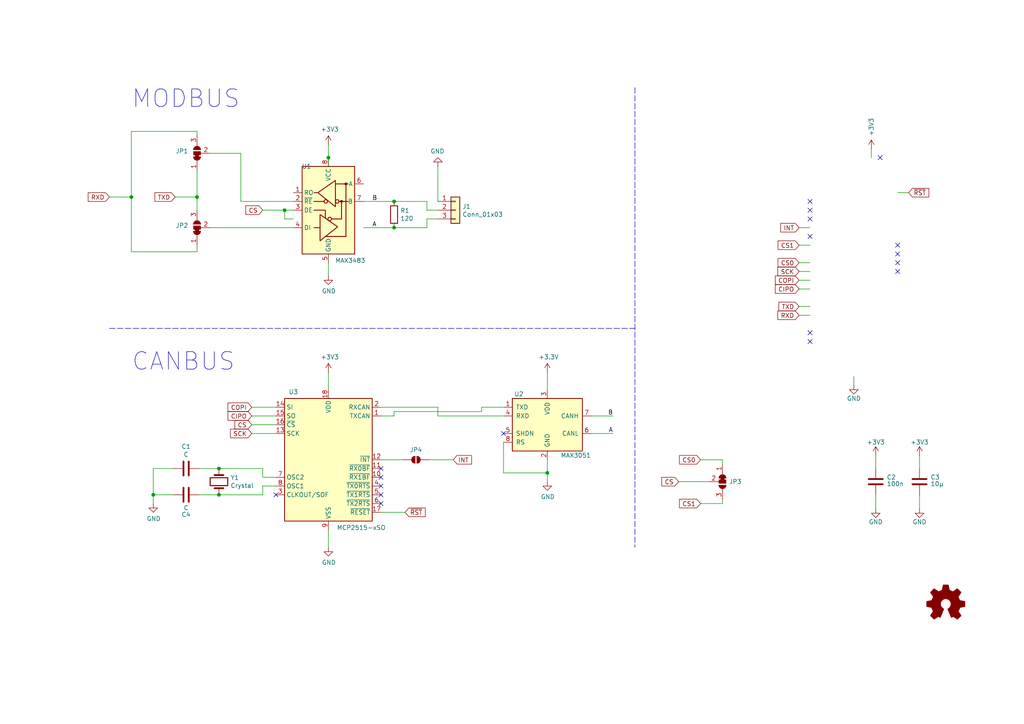
<source format=kicad_sch>
(kicad_sch (version 20231120) (generator "eeschema") (generator_version "8.0")
  (paper "A4")
  (title_block (title "BUS") (date "2020-10-12") (rev "v1.3") (company "nerdsycout"))
  (lib_symbols
    (symbol "Connector_Generic:Conn_01x03" (pin_names (offset 1.016) hide)
      (property "Reference" "J" (at 0 5.08 0))
      (property "Value" "Conn_01x03" (at 0 -5.08 0))
      (symbol "Conn_01x03_1_1"
        (rectangle (start -1.27 -2.413) (end 0 -2.667) (stroke (width 0.1524)))
        (rectangle (start -1.27 0.127) (end 0 -0.127) (stroke (width 0.1524)))
        (rectangle (start -1.27 2.667) (end 0 2.413) (stroke (width 0.1524)))
        (rectangle (start -1.27 3.81) (end 1.27 -3.81) (stroke (width 0.254)) (fill (type background)))
        (pin passive line (at -5.08 2.54 0) (length 3.81) (name "Pin_1") (number "1"))
        (pin passive line (at -5.08 0 0) (length 3.81) (name "Pin_2") (number "2"))
        (pin passive line (at -5.08 -2.54 0) (length 3.81) (name "Pin_3") (number "3"))
      )
    )
    (symbol "Device:C" (pin_numbers hide) (pin_names (offset 0.254))
      (property "Reference" "C" (at 0.635 2.54 0))
      (property "Value" "C" (at 0.635 -2.54 0))
      (symbol "C_0_1"
        (polyline (pts (xy -2.032 -0.762) (xy 2.032 -0.762)) (stroke (width 0.508)))
        (polyline (pts (xy -2.032 0.762) (xy 2.032 0.762)) (stroke (width 0.508)))
      )
      (symbol "C_1_1"
        (pin passive line (at 0 3.81 270) (length 2.794) (name "~") (number "1"))
        (pin passive line (at 0 -3.81 90) (length 2.794) (name "~") (number "2"))
      )
    )
    (symbol "Device:Crystal" (pin_numbers hide) (pin_names (offset 1.016) hide)
      (property "Reference" "Y" (at 0 3.81 0))
      (property "Value" "Crystal" (at 0 -3.81 0))
      (symbol "Crystal_0_1"
        (rectangle (start -1.143 2.54) (end 1.143 -2.54) (stroke (width 0.3048)))
        (polyline (pts (xy -2.54 0) (xy -1.905 0)))
        (polyline (pts (xy -1.905 -1.27) (xy -1.905 1.27)) (stroke (width 0.508)))
        (polyline (pts (xy 1.905 -1.27) (xy 1.905 1.27)) (stroke (width 0.508)))
        (polyline (pts (xy 2.54 0) (xy 1.905 0)))
      )
      (symbol "Crystal_1_1"
        (pin passive line (at -3.81 0 0) (length 1.27) (name "1") (number "1"))
        (pin passive line (at 3.81 0 180) (length 1.27) (name "2") (number "2"))
      )
    )
    (symbol "Device:R" (pin_numbers hide) (pin_names (offset 0))
      (property "Reference" "R" (at 2.032 0 90))
      (property "Value" "R" (at 0 0 90))
      (symbol "R_0_1"
        (rectangle (start -1.016 -2.54) (end 1.016 2.54) (stroke (width 0.254)))
      )
      (symbol "R_1_1"
        (pin passive line (at 0 3.81 270) (length 1.27) (name "~") (number "1"))
        (pin passive line (at 0 -3.81 90) (length 1.27) (name "~") (number "2"))
      )
    )
    (symbol "Graphic:Logo_Open_Hardware_Small" (in_bom no) (on_board no)
      (symbol "Logo_Open_Hardware_Small_0_1"
        (polyline (pts (xy 3.3528 -4.3434) (xy 3.302 -4.318) (xy 3.175 -4.2418) (xy 2.9972 -4.1148) (xy 2.7686 -3.9624) (xy 2.54 -3.81) (xy 2.3622 -3.7084) (xy 2.2352 -3.6068) (xy 2.1844 -3.5814) (xy 2.159 -3.6068) (xy 2.0574 -3.6576) (xy 1.905 -3.7338) (xy 1.8034 -3.7846) (xy 1.6764 -3.8354) (xy 1.6002 -3.8354) (xy 1.6002 -3.8354) (xy 1.5494 -3.7338) (xy 1.4732 -3.5306) (xy 1.3462 -3.302) (xy 1.2446 -3.0226) (xy 1.1176 -2.7178) (xy 0.9652 -2.413) (xy 0.8636 -2.1082) (xy 0.7366 -1.8288) (xy 0.6604 -1.6256) (xy 0.6096 -1.4732) (xy 0.5842 -1.397) (xy 0.5842 -1.397) (xy 0.6604 -1.3208) (xy 0.7874 -1.2446) (xy 1.0414 -1.016) (xy 1.2954 -0.6858) (xy 1.4478 -0.3302) (xy 1.524 0.0762) (xy 1.4732 0.4572) (xy 1.3208 0.8128) (xy 1.0668 1.143) (xy 0.762 1.3716) (xy 0.4064 1.524) (xy 0 1.5748) (xy -0.381 1.5494) (xy -0.7366 1.397) (xy -1.0668 1.143) (xy -1.2192 0.9906) (xy -1.397 0.6604) (xy -1.524 0.3048) (xy -1.524 0.2286) (xy -1.4986 -0.1778) (xy -1.397 -0.5334) (xy -1.1938 -0.8636) (xy -0.9144 -1.143) (xy -0.8636 -1.1684) (xy -0.7366 -1.27) (xy -0.635 -1.3462) (xy -0.5842 -1.397) (xy -1.0668 -2.5908) (xy -1.143 -2.794) (xy -1.2954 -3.1242) (xy -1.397 -3.4036) (xy -1.4986 -3.6322) (xy -1.5748 -3.7846) (xy -1.6002 -3.8354) (xy -1.6002 -3.8354) (xy -1.651 -3.8354) (xy -1.7272 -3.81) (xy -1.905 -3.7338) (xy -2.0066 -3.683) (xy -2.1336 -3.6068) (xy -2.2098 -3.5814) (xy -2.2606 -3.6068) (xy -2.3622 -3.683) (xy -2.54 -3.81) (xy -2.7686 -3.9624) (xy -2.9718 -4.0894) (xy -3.1496 -4.2164) (xy -3.302 -4.318) (xy -3.3528 -4.3434) (xy -3.3782 -4.3434) (xy -3.429 -4.318) (xy -3.5306 -4.2164) (xy -3.7084 -4.064) (xy -3.937 -3.8354) (xy -3.9624 -3.81) (xy -4.1656 -3.6068) (xy -4.318 -3.4544) (xy -4.4196 -3.3274) (xy -4.445 -3.2766) (xy -4.445 -3.2766) (xy -4.4196 -3.2258) (xy -4.318 -3.0734) (xy -4.2164 -2.8956) (xy -4.064 -2.667) (xy -3.6576 -2.0828) (xy -3.8862 -1.5494) (xy -3.937 -1.3716) (xy -4.0386 -1.1684) (xy -4.0894 -1.0414) (xy -4.1148 -0.9652) (xy -4.191 -0.9398) (xy -4.318 -0.9144) (xy -4.5466 -0.8636) (xy -4.8006 -0.8128) (xy -5.0546 -0.7874) (xy -5.2578 -0.7366) (xy -5.4356 -0.7112) (xy -5.5118 -0.6858) (xy -5.5118 -0.6858) (xy -5.5372 -0.635) (xy -5.5372 -0.5588) (xy -5.5372 -0.4318) (xy -5.5626 -0.2286) (xy -5.5626 0.0762) (xy -5.5626 0.127) (xy -5.5372 0.4064) (xy -5.5372 0.635) (xy -5.5372 0.762) (xy -5.5372 0.8382) (xy -5.5372 0.8382) (xy -5.461 0.8382) (xy -5.3086 0.889) (xy -5.08 0.9144) (xy -4.826 0.9652) (xy -4.8006 0.9906) (xy -4.5466 1.0414) (xy -4.318 1.0668) (xy -4.1656 1.1176) (xy -4.0894 1.143) (xy -4.0894 1.143) (xy -4.0386 1.2446) (xy -3.9624 1.4224) (xy -3.8608 1.6256) (xy -3.7846 1.8288) (xy -3.7084 2.0066) (xy -3.6576 2.159) (xy -3.6322 2.2098) (xy -3.6322 2.2098) (xy -3.683 2.286) (xy -3.7592 2.413) (xy -3.8862 2.5908) (xy -4.064 2.8194) (xy -4.064 2.8448) (xy -4.2164 3.0734) (xy -4.3434 3.2512) (xy -4.4196 3.3782) (xy -4.445 3.4544) (xy -4.445 3.4544) (xy -4.3942 3.5052) (xy -4.2926 3.6322) (xy -4.1148 3.81) (xy -3.937 4.0132) (xy -3.8608 4.064) (xy -3.6576 4.2926) (xy -3.5052 4.4196) (xy -3.4036 4.4958) (xy -3.3528 4.5212) (xy -3.3528 4.5212) (xy -3.302 4.4704) (xy -3.1496 4.3688) (xy -2.9718 4.2418) (xy -2.7432 4.0894) (xy -2.7178 4.0894) (xy -2.4892 3.937) (xy -2.3114 3.81) (xy -2.1844 3.7084) (xy -2.1336 3.683) (xy -2.1082 3.683) (xy -2.032 3.7084) (xy -1.8542 3.7592) (xy -1.6764 3.8354) (xy -1.4732 3.937) (xy -1.27 4.0132) (xy -1.143 4.064) (xy -1.0668 4.1148) (xy -1.0668 4.1148) (xy -1.0414 4.191) (xy -1.016 4.3434) (xy -0.9652 4.572) (xy -0.9144 4.8514) (xy -0.889 4.9022) (xy -0.8382 5.1562) (xy -0.8128 5.3848) (xy -0.7874 5.5372) (xy -0.762 5.588) (xy -0.7112 5.6134) (xy -0.5842 5.6134) (xy -0.4064 5.6134) (xy -0.1524 5.6134) (xy 0.0762 5.6134) (xy 0.3302 5.6134) (xy 0.5334 5.6134) (xy 0.6858 5.588) (xy 0.7366 5.588) (xy 0.7366 5.588) (xy 0.762 5.5118) (xy 0.8128 5.334) (xy 0.8382 5.1054) (xy 0.9144 4.826) (xy 0.9144 4.7752) (xy 0.9652 4.5212) (xy 1.016 4.2926) (xy 1.0414 4.1402) (xy 1.0668 4.0894) (xy 1.0668 4.0894) (xy 1.1938 4.0386) (xy 1.3716 3.9624) (xy 1.5748 3.8608) (xy 2.0828 3.6576) (xy 2.7178 4.0894) (xy 2.7686 4.1402) (xy 2.9972 4.2926) (xy 3.175 4.4196) (xy 3.302 4.4958) (xy 3.3782 4.5212) (xy 3.3782 4.5212) (xy 3.429 4.4704) (xy 3.556 4.3434) (xy 3.7338 4.191) (xy 3.9116 3.9878) (xy 4.064 3.8354) (xy 4.2418 3.6576) (xy 4.3434 3.556) (xy 4.4196 3.4798) (xy 4.4196 3.429) (xy 4.4196 3.4036) (xy 4.3942 3.3274) (xy 4.2926 3.2004) (xy 4.1656 2.9972) (xy 4.0132 2.794) (xy 3.8862 2.5908) (xy 3.7592 2.3876) (xy 3.6576 2.2352) (xy 3.6322 2.159) (xy 3.6322 2.1336) (xy 3.683 2.0066) (xy 3.7592 1.8288) (xy 3.8608 1.6002) (xy 4.064 1.1176) (xy 4.3942 1.0414) (xy 4.5974 1.016) (xy 4.8768 0.9652) (xy 5.1308 0.9144) (xy 5.5372 0.8382) (xy 5.5626 -0.6604) (xy 5.4864 -0.6858) (xy 5.4356 -0.6858) (xy 5.2832 -0.7366) (xy 5.0546 -0.762) (xy 4.8006 -0.8128) (xy 4.5974 -0.8636) (xy 4.3688 -0.9144) (xy 4.2164 -0.9398) (xy 4.1402 -0.9398) (xy 4.1148 -0.9652) (xy 4.064 -1.0668) (xy 3.9878 -1.2446) (xy 3.9116 -1.4478) (xy 3.81 -1.651) (xy 3.7338 -1.8542) (xy 3.683 -2.0066) (xy 3.6576 -2.0828) (xy 3.683 -2.1336) (xy 3.7846 -2.2606) (xy 3.8862 -2.4638) (xy 4.0386 -2.667) (xy 4.191 -2.8956) (xy 4.318 -3.0734) (xy 4.3942 -3.2004) (xy 4.445 -3.2766) (xy 4.4196 -3.3274) (xy 4.3434 -3.429) (xy 4.1656 -3.5814) (xy 3.937 -3.8354) (xy 3.8862 -3.8608) (xy 3.683 -4.064) (xy 3.5306 -4.2164) (xy 3.4036 -4.318) (xy 3.3528 -4.3434)) (fill (type outline)))
      )
    )
    (symbol "Interface_CAN_LIN:MCP2515-xSO"
      (property "Reference" "U" (at -10.16 19.685 0))
      (property "Value" "MCP2515-xSO" (at 19.05 20.32 0))
      (symbol "MCP2515-xSO_0_1"
        (rectangle (start -12.7 17.78) (end 12.7 -17.78) (stroke (width 0.254)) (fill (type background)))
      )
      (symbol "MCP2515-xSO_1_1"
        (pin output line (at 15.24 12.7 180) (length 2.54) (name "TXCAN") (number "1"))
        (pin output line (at 15.24 -5.08 180) (length 2.54) (name "~{RX1BF}") (number "10"))
        (pin output line (at 15.24 -2.54 180) (length 2.54) (name "~{RX0BF}") (number "11"))
        (pin output line (at 15.24 0 180) (length 2.54) (name "~{INT}") (number "12"))
        (pin input line (at -15.24 7.62 0) (length 2.54) (name "SCK") (number "13"))
        (pin input line (at -15.24 15.24 0) (length 2.54) (name "SI") (number "14"))
        (pin output line (at -15.24 12.7 0) (length 2.54) (name "SO") (number "15"))
        (pin input line (at -15.24 10.16 0) (length 2.54) (name "~{CS}") (number "16"))
        (pin input line (at 15.24 -15.24 180) (length 2.54) (name "~{RESET}") (number "17"))
        (pin power_in line (at 0 20.32 270) (length 2.54) (name "VDD") (number "18"))
        (pin input line (at 15.24 15.24 180) (length 2.54) (name "RXCAN") (number "2"))
        (pin output line (at -15.24 -10.16 0) (length 2.54) (name "CLKOUT/SOF") (number "3"))
        (pin input line (at 15.24 -7.62 180) (length 2.54) (name "~{TX0RTS}") (number "4"))
        (pin input line (at 15.24 -10.16 180) (length 2.54) (name "~{TX1RTS}") (number "5"))
        (pin input line (at 15.24 -12.7 180) (length 2.54) (name "~{TX2RTS}") (number "6"))
        (pin output line (at -15.24 -5.08 0) (length 2.54) (name "OSC2") (number "7"))
        (pin input line (at -15.24 -7.62 0) (length 2.54) (name "OSC1") (number "8"))
        (pin power_in line (at 0 -20.32 90) (length 2.54) (name "VSS") (number "9"))
      )
    )
    (symbol "Interface_UART:MAX3051" (pin_names (offset 1.016))
      (property "Reference" "U" (at -10.16 8.89 0))
      (property "Value" "MAX3051" (at 2.54 8.89 0))
      (symbol "MAX3051_0_1"
        (rectangle (start -10.16 7.62) (end 10.16 -7.62) (stroke (width 0.254)) (fill (type background)))
      )
      (symbol "MAX3051_1_1"
        (pin input line (at -12.7 5.08 0) (length 2.54) (name "TXD") (number "1"))
        (pin power_in line (at 0 -10.16 90) (length 2.54) (name "GND") (number "2"))
        (pin power_in line (at 0 10.16 270) (length 2.54) (name "VDD") (number "3"))
        (pin output line (at -12.7 2.54 0) (length 2.54) (name "RXD") (number "4"))
        (pin input line (at -12.7 -2.54 0) (length 2.54) (name "SHDN") (number "5"))
        (pin bidirectional line (at 12.7 -2.54 180) (length 2.54) (name "CANL") (number "6"))
        (pin bidirectional line (at 12.7 2.54 180) (length 2.54) (name "CANH") (number "7"))
        (pin input line (at -12.7 -5.08 0) (length 2.54) (name "RS") (number "8"))
      )
    )
    (symbol "Interface_UART:MAX3483"
      (property "Reference" "U" (at -6.096 11.43 0))
      (property "Value" "MAX3483" (at 0.762 11.43 0))
      (symbol "MAX3483_0_1"
        (rectangle (start -7.62 12.7) (end 7.62 -12.7) (stroke (width 0.254)) (fill (type background)))
        (polyline (pts (xy -4.191 2.54) (xy -1.27 2.54)) (stroke (width 0.254)))
        (polyline (pts (xy -2.54 -5.08) (xy -4.191 -5.08)) (stroke (width 0.254)))
        (polyline (pts (xy -0.635 -7.62) (xy 5.08 -7.62)) (stroke (width 0.254)))
        (polyline (pts (xy 0.889 -2.54) (xy 3.81 -2.54)) (stroke (width 0.254)))
        (polyline (pts (xy 2.032 7.62) (xy 5.715 7.62)) (stroke (width 0.254)))
        (polyline (pts (xy 3.048 2.54) (xy 5.715 2.54)) (stroke (width 0.254)))
        (polyline (pts (xy 3.81 -2.54) (xy 3.81 2.54)) (stroke (width 0.254)))
        (polyline (pts (xy 5.08 -7.62) (xy 5.08 7.62)) (stroke (width 0.254)))
        (polyline (pts (xy -4.191 0) (xy -0.889 0) (xy -0.889 -2.286)) (stroke (width 0.254)))
        (polyline (pts (xy -3.175 5.08) (xy -4.191 5.08) (xy -4.064 5.08)) (stroke (width 0.254)))
        (polyline (pts (xy -2.413 -5.08) (xy -2.413 -1.27) (xy 2.667 -4.826) (xy -2.413 -8.89) (xy -2.413 -5.08)) (stroke (width 0.254)))
        (circle (center 0.381 -2.54) (radius 0.508) (stroke (width 0.254)))
        (circle (center 3.81 2.54) (radius 0.2794) (stroke (width 0.254)) (fill (type outline)))
      )
      (symbol "MAX3483_1_1"
        (circle (center -0.762 2.54) (radius 0.508) (stroke (width 0.254)))
        (polyline (pts (xy 2.032 4.826) (xy 2.032 8.636) (xy -3.048 5.08) (xy 2.032 1.016) (xy 2.032 4.826)) (stroke (width 0.254)))
        (circle (center 2.54 2.54) (radius 0.508) (stroke (width 0.254)))
        (circle (center 5.08 7.62) (radius 0.2794) (stroke (width 0.254)) (fill (type outline)))
        (pin output line (at -10.16 5.08 0) (length 2.54) (name "RO") (number "1"))
        (pin input line (at -10.16 2.54 0) (length 2.54) (name "~{RE}") (number "2"))
        (pin input line (at -10.16 0 0) (length 2.54) (name "DE") (number "3"))
        (pin input line (at -10.16 -5.08 0) (length 2.54) (name "DI") (number "4"))
        (pin power_in line (at 0 -15.24 90) (length 2.54) (name "GND") (number "5"))
        (pin bidirectional line (at 10.16 7.62 180) (length 2.54) (name "A") (number "6"))
        (pin bidirectional line (at 10.16 2.54 180) (length 2.54) (name "B") (number "7"))
        (pin power_in line (at 0 15.24 270) (length 2.54) (name "VCC") (number "8"))
      )
    )
    (symbol "Jumper:SolderJumper_2_Open" (pin_numbers hide) (pin_names (offset 0) hide) (exclude_from_sim yes) (in_bom no)
      (property "Reference" "JP" (at 0 2.032 0))
      (property "Value" "SolderJumper_2_Open" (at 0 -2.54 0))
      (symbol "SolderJumper_2_Open_0_1"
        (arc (start -0.254 1.016) (mid -1.2656 0) (end -0.254 -1.016))
        (arc (start -0.254 1.016) (mid -1.2656 0) (end -0.254 -1.016) (fill (type outline)))
        (polyline (pts (xy -0.254 1.016) (xy -0.254 -1.016)))
        (polyline (pts (xy 0.254 1.016) (xy 0.254 -1.016)))
        (arc (start 0.254 -1.016) (mid 1.2656 0) (end 0.254 1.016))
        (arc (start 0.254 -1.016) (mid 1.2656 0) (end 0.254 1.016) (fill (type outline)))
      )
      (symbol "SolderJumper_2_Open_1_1"
        (pin passive line (at -3.81 0 0) (length 2.54) (name "A") (number "1"))
        (pin passive line (at 3.81 0 180) (length 2.54) (name "B") (number "2"))
      )
    )
    (symbol "Jumper:SolderJumper_3_Bridged12" (pin_names (offset 0) hide) (exclude_from_sim yes) (in_bom no)
      (property "Reference" "JP" (at -2.54 -2.54 0))
      (property "Value" "SolderJumper_3_Bridged12" (at 0 2.794 0))
      (symbol "SolderJumper_3_Bridged12_0_1"
        (rectangle (start -1.016 0.508) (end -0.508 -0.508) (fill (type outline)))
        (arc (start -1.016 1.016) (mid -2.0276 0) (end -1.016 -1.016))
        (arc (start -1.016 1.016) (mid -2.0276 0) (end -1.016 -1.016) (fill (type outline)))
        (rectangle (start -0.508 1.016) (end 0.508 -1.016) (fill (type outline)))
        (polyline (pts (xy -2.54 0) (xy -2.032 0)))
        (polyline (pts (xy -1.016 1.016) (xy -1.016 -1.016)))
        (polyline (pts (xy 0 -1.27) (xy 0 -1.016)))
        (polyline (pts (xy 1.016 1.016) (xy 1.016 -1.016)))
        (polyline (pts (xy 2.54 0) (xy 2.032 0)))
        (arc (start 1.016 -1.016) (mid 2.0276 0) (end 1.016 1.016))
        (arc (start 1.016 -1.016) (mid 2.0276 0) (end 1.016 1.016) (fill (type outline)))
      )
      (symbol "SolderJumper_3_Bridged12_1_1"
        (pin passive line (at -5.08 0 0) (length 2.54) (name "A") (number "1"))
        (pin passive line (at 0 -3.81 90) (length 2.54) (name "C") (number "2"))
        (pin passive line (at 5.08 0 180) (length 2.54) (name "B") (number "3"))
      )
    )
    (symbol "power:+3.3V" (power) (pin_numbers hide) (pin_names (offset 0) hide)
      (property "Value" "+3.3V" (at 0 3.556 0))
      (symbol "+3.3V_0_1"
        (polyline (pts (xy -0.762 1.27) (xy 0 2.54)))
        (polyline (pts (xy 0 0) (xy 0 2.54)))
        (polyline (pts (xy 0 2.54) (xy 0.762 1.27)))
      )
      (symbol "+3.3V_1_1"
        (pin power_in line (at 0 0 90) (length 0) (name "~") (number "1"))
      )
    )
    (symbol "power:+3V3" (power) (pin_numbers hide) (pin_names (offset 0) hide)
      (property "Value" "+3V3" (at 0 3.556 0))
      (symbol "+3V3_0_1"
        (polyline (pts (xy -0.762 1.27) (xy 0 2.54)))
        (polyline (pts (xy 0 0) (xy 0 2.54)))
        (polyline (pts (xy 0 2.54) (xy 0.762 1.27)))
      )
      (symbol "+3V3_1_1"
        (pin power_in line (at 0 0 90) (length 0) (name "~") (number "1"))
      )
    )
    (symbol "power:GND" (power) (pin_numbers hide) (pin_names (offset 0) hide)
      (property "Value" "GND" (at 0 -3.81 0))
      (symbol "GND_0_1"
        (polyline (pts (xy 0 0) (xy 0 -1.27) (xy 1.27 -1.27) (xy 0 -2.54) (xy -1.27 -1.27) (xy 0 -1.27)))
      )
      (symbol "GND_1_1"
        (pin power_in line (at 0 0 270) (length 0) (name "~") (number "1"))
      )
    )
  )
  (junction (at 158.75 137.16))
  (junction (at 63.5 143.51))
  (junction (at 63.5 135.89))
  (junction (at 114.3 66.04))
  (junction (at 57.15 57.15))
  (junction (at 38.1 57.15))
  (junction (at 44.45 143.51))
  (junction (at 82.55 60.96))
  (junction (at 95.25 45.72))
  (junction (at 114.3 58.42))
  (no_connect (at 110.49 135.89))
  (no_connect (at 260.35 78.74))
  (no_connect (at 234.95 58.42))
  (no_connect (at 110.49 146.05))
  (no_connect (at 234.95 60.96))
  (no_connect (at 260.35 71.12))
  (no_connect (at 110.49 140.97))
  (no_connect (at 80.01 143.51))
  (no_connect (at 234.95 96.52))
  (no_connect (at 234.95 63.5))
  (no_connect (at 260.35 76.2))
  (no_connect (at 110.49 143.51))
  (no_connect (at 146.05 125.73))
  (no_connect (at 234.95 99.06))
  (no_connect (at 110.49 138.43))
  (no_connect (at 260.35 73.66))
  (no_connect (at 255.27 45.72))
  (no_connect (at 234.95 68.58))
  (wire (pts (xy 196.85 139.7) (xy 205.74 139.7)))
  (wire (pts (xy 95.25 45.72) (xy 95.25 48.26)))
  (wire (pts (xy 63.5 135.89) (xy 76.2 135.89)))
  (wire (pts (xy 69.85 58.42) (xy 69.85 44.45)))
  (wire (pts (xy 76.2 135.89) (xy 76.2 138.43)))
  (wire (pts (xy 123.825 63.5) (xy 123.825 66.04)))
  (wire (pts (xy 124.46 133.35) (xy 131.445 133.35)))
  (wire (pts (xy 127 48.26) (xy 127 58.42)))
  (wire (pts (xy 171.45 120.65) (xy 177.8 120.65)))
  (wire (pts (xy 231.775 91.44) (xy 234.95 91.44)))
  (wire (pts (xy 38.1 57.15) (xy 31.75 57.15)))
  (wire (pts (xy 38.1 73.025) (xy 38.1 57.15)))
  (wire (pts (xy 63.5 143.51) (xy 76.2 143.51)))
  (wire (pts (xy 158.75 107.95) (xy 158.75 113.03)))
  (wire (pts (xy 158.75 133.35) (xy 158.75 137.16)))
  (wire (pts (xy 95.25 107.95) (xy 95.25 113.03)))
  (wire (pts (xy 114.3 120.65) (xy 114.3 119.38)))
  (wire (pts (xy 231.775 83.82) (xy 234.95 83.82)))
  (wire (pts (xy 95.25 76.2) (xy 95.25 80.01)))
  (wire (pts (xy 76.2 143.51) (xy 76.2 140.97)))
  (wire (pts (xy 114.3 119.38) (xy 139.7 119.38)))
  (wire (pts (xy 171.45 125.73) (xy 177.8 125.73)))
  (wire (pts (xy 123.825 58.42) (xy 114.3 58.42)))
  (wire (pts (xy 247.65 109.22) (xy 247.65 111.76)))
  (wire (pts (xy 57.15 49.53) (xy 57.15 57.15)))
  (wire (pts (xy 116.84 133.35) (xy 110.49 133.35)))
  (wire (pts (xy 73.025 120.65) (xy 80.01 120.65)))
  (wire (pts (xy 146.05 137.16) (xy 158.75 137.16)))
  (wire (pts (xy 127 120.65) (xy 146.05 120.65)))
  (wire (pts (xy 95.25 41.91) (xy 95.25 45.72)))
  (wire (pts (xy 38.1 38.1) (xy 57.15 38.1)))
  (wire (pts (xy 263.525 55.88) (xy 260.35 55.88)))
  (wire (pts (xy 234.95 81.28) (xy 231.775 81.28)))
  (wire (pts (xy 57.15 57.15) (xy 50.8 57.15)))
  (wire (pts (xy 110.49 148.59) (xy 117.475 148.59)))
  (wire (pts (xy 50.165 143.51) (xy 44.45 143.51)))
  (wire (pts (xy 73.025 125.73) (xy 80.01 125.73)))
  (wire (pts (xy 73.025 118.11) (xy 80.01 118.11)))
  (wire (pts (xy 76.2 60.96) (xy 82.55 60.96)))
  (wire (pts (xy 139.7 118.11) (xy 146.05 118.11)))
  (wire (pts (xy 234.95 76.2) (xy 231.775 76.2)))
  (wire (pts (xy 158.75 137.16) (xy 158.75 139.7)))
  (wire (pts (xy 57.15 57.15) (xy 57.15 60.96)))
  (wire (pts (xy 127 60.96) (xy 123.825 60.96)))
  (wire (pts (xy 146.05 128.27) (xy 146.05 137.16)))
  (wire (pts (xy 209.55 133.35) (xy 209.55 134.62)))
  (wire (pts (xy 57.785 135.89) (xy 63.5 135.89)))
  (polyline (pts (xy 184.15 25.4) (xy 184.15 158.75)) (stroke (width 0) (type dash)))
  (wire (pts (xy 105.41 58.42) (xy 114.3 58.42)))
  (wire (pts (xy 266.7 143.51) (xy 266.7 147.574)))
  (wire (pts (xy 234.95 88.9) (xy 231.775 88.9)))
  (wire (pts (xy 76.2 140.97) (xy 80.01 140.97)))
  (wire (pts (xy 231.775 71.12) (xy 234.95 71.12)))
  (wire (pts (xy 76.2 138.43) (xy 80.01 138.43)))
  (wire (pts (xy 69.85 58.42) (xy 85.09 58.42)))
  (wire (pts (xy 254 132.08) (xy 254 135.89)))
  (wire (pts (xy 38.1 57.15) (xy 38.1 38.1)))
  (wire (pts (xy 123.825 66.04) (xy 114.3 66.04)))
  (wire (pts (xy 60.96 44.45) (xy 69.85 44.45)))
  (wire (pts (xy 44.45 135.89) (xy 44.45 143.51)))
  (wire (pts (xy 127 63.5) (xy 123.825 63.5)))
  (wire (pts (xy 44.45 143.51) (xy 44.45 146.05)))
  (wire (pts (xy 60.96 66.04) (xy 85.09 66.04)))
  (wire (pts (xy 127 118.11) (xy 127 120.65)))
  (wire (pts (xy 203.2 146.05) (xy 209.55 146.05)))
  (wire (pts (xy 57.785 143.51) (xy 63.5 143.51)))
  (wire (pts (xy 110.49 120.65) (xy 114.3 120.65)))
  (wire (pts (xy 57.15 73.025) (xy 38.1 73.025)))
  (wire (pts (xy 231.775 66.04) (xy 234.95 66.04)))
  (wire (pts (xy 82.55 60.96) (xy 85.09 60.96)))
  (wire (pts (xy 209.55 146.05) (xy 209.55 144.78)))
  (wire (pts (xy 105.41 66.04) (xy 114.3 66.04)))
  (wire (pts (xy 57.15 39.37) (xy 57.15 38.1)))
  (wire (pts (xy 73.025 123.19) (xy 80.01 123.19)))
  (wire (pts (xy 95.25 153.67) (xy 95.25 158.75)))
  (wire (pts (xy 252.73 43.18) (xy 252.73 45.72)))
  (wire (pts (xy 85.09 63.5) (xy 82.55 63.5)))
  (wire (pts (xy 57.15 71.12) (xy 57.15 73.025)))
  (wire (pts (xy 110.49 118.11) (xy 127 118.11)))
  (wire (pts (xy 254 143.51) (xy 254 147.574)))
  (polyline (pts (xy 31.75 95.25) (xy 184.15 95.25)) (stroke (width 0) (type dash)))
  (wire (pts (xy 82.55 63.5) (xy 82.55 60.96)))
  (wire (pts (xy 139.7 119.38) (xy 139.7 118.11)))
  (wire (pts (xy 203.2 133.35) (xy 209.55 133.35)))
  (wire (pts (xy 266.7 132.08) (xy 266.7 135.89)))
  (wire (pts (xy 231.775 78.74) (xy 234.95 78.74)))
  (wire (pts (xy 123.825 60.96) (xy 123.825 58.42)))
  (wire (pts (xy 50.165 135.89) (xy 44.45 135.89)))
  (text "MODBUS" (at 38.1 31.75 0) (effects (font (size 5.08 5.08)) (justify left bottom)))
  (text "CANBUS" (at 38.1 107.95 0) (effects (font (size 5.08 5.08)) (justify left bottom)))
  (label "B" (at 107.95 58.42 0))
  (label "A" (at 107.95 66.04 0))
  (label "B" (at 177.8 120.65 180))
  (label "A" (at 177.8 125.73 180))
  (global_label "CS1" (shape input) (at 231.775 71.12 180) (property "Intersheetrefs" "${INTERSHEET_REFS}" (effects (hide yes))))
  (global_label "CIPO" (shape input) (at 231.775 83.82 180) (property "Intersheetrefs" "${INTERSHEET_REFS}" (effects (hide yes))))
  (global_label "COPI" (shape input) (at 73.025 118.11 180) (property "Intersheetrefs" "${INTERSHEET_REFS}" (effects (hide yes))))
  (global_label "INT" (shape input) (at 231.775 66.04 180) (property "Intersheetrefs" "${INTERSHEET_REFS}" (effects (hide yes))))
  (global_label "CS" (shape input) (at 76.2 60.96 180) (property "Intersheetrefs" "${INTERSHEET_REFS}" (effects (hide yes))))
  (global_label "INT" (shape input) (at 131.445 133.35 0) (property "Intersheetrefs" "${INTERSHEET_REFS}" (effects (hide yes))))
  (global_label "SCK" (shape input) (at 73.025 125.73 180) (property "Intersheetrefs" "${INTERSHEET_REFS}" (effects (hide yes))))
  (global_label "TXD" (shape input) (at 231.775 88.9 180) (property "Intersheetrefs" "${INTERSHEET_REFS}" (effects (hide yes))))
  (global_label "CS" (shape input) (at 73.025 123.19 180) (property "Intersheetrefs" "${INTERSHEET_REFS}" (effects (hide yes))))
  (global_label "TXD" (shape input) (at 50.8 57.15 180) (property "Intersheetrefs" "${INTERSHEET_REFS}" (effects (hide yes))))
  (global_label "RXD" (shape input) (at 31.75 57.15 180) (property "Intersheetrefs" "${INTERSHEET_REFS}" (effects (hide yes))))
  (global_label "CS0" (shape input) (at 203.2 133.35 180) (property "Intersheetrefs" "${INTERSHEET_REFS}" (effects (hide yes))))
  (global_label "SCK" (shape input) (at 231.775 78.74 180) (property "Intersheetrefs" "${INTERSHEET_REFS}" (effects (hide yes))))
  (global_label "CS0" (shape input) (at 231.775 76.2 180) (property "Intersheetrefs" "${INTERSHEET_REFS}" (effects (hide yes))))
  (global_label "CIPO" (shape input) (at 73.025 120.65 180) (property "Intersheetrefs" "${INTERSHEET_REFS}" (effects (hide yes))))
  (global_label "CS" (shape input) (at 196.85 139.7 180) (property "Intersheetrefs" "${INTERSHEET_REFS}" (effects (hide yes))))
  (global_label "COPI" (shape input) (at 231.775 81.28 180) (property "Intersheetrefs" "${INTERSHEET_REFS}" (effects (hide yes))))
  (global_label "~{RST}" (shape input) (at 117.475 148.59 0) (property "Intersheetrefs" "${INTERSHEET_REFS}" (effects (hide yes))))
  (global_label "CS1" (shape input) (at 203.2 146.05 180) (property "Intersheetrefs" "${INTERSHEET_REFS}" (effects (hide yes))))
  (global_label "RXD" (shape input) (at 231.775 91.44 180) (property "Intersheetrefs" "${INTERSHEET_REFS}" (effects (hide yes))))
  (global_label "~{RST}" (shape input) (at 263.525 55.88 0) (property "Intersheetrefs" "${INTERSHEET_REFS}" (effects (hide yes))))
  (symbol (lib_id "power:GND") (at 247.65 111.76 0) (unit 1)
    (property "Reference" "#PWR07" (effects (hide yes)))
    (property "Value" "GND" (at 247.65 115.57 0))
    (property "Description" "Power symbol creates a global label with name \"GND\" , ground" (effects (hide yes)))
  )
  (symbol (lib_id "power:+3V3") (at 252.73 43.18 0) (unit 1)
    (property "Reference" "#PWR02" (effects (hide yes)))
    (property "Value" "+3V3" (at 252.73 36.83 90))
    (property "Description" "Power symbol creates a global label with name \"+3V3\"" (effects (hide yes)))
  )
  (symbol (lib_id "power:GND") (at 254 147.574 0) (unit 1)
    (property "Reference" "#PWR014" (effects (hide yes)))
    (property "Value" "GND" (at 254 151.384 0))
    (property "Description" "Power symbol creates a global label with name \"GND\" , ground" (effects (hide yes)))
  )
  (symbol (lib_id "power:GND") (at 266.7 147.574 0) (unit 1)
    (property "Reference" "#PWR015" (effects (hide yes)))
    (property "Value" "GND" (at 266.7 151.384 0))
    (property "Description" "Power symbol creates a global label with name \"GND\" , ground" (effects (hide yes)))
  )
  (symbol (lib_id "power:+3V3") (at 266.7 132.08 0) (unit 1)
    (property "Reference" "#PWR011" (effects (hide yes)))
    (property "Value" "+3V3" (at 266.7 128.27 0))
    (property "Description" "Power symbol creates a global label with name \"+3V3\"" (effects (hide yes)))
  )
  (symbol (lib_id "Graphic:Logo_Open_Hardware_Small") (at 274.32 175.26 0) (unit 1)
    (property "Reference" "LOGO1" (effects (hide yes)))
    (property "Value" "Logo_Open_Hardware_Small" (effects (hide yes)))
    (property "Footprint" "Symbol:OSHW-Symbol_6.7x6mm_SilkScreen" (effects (hide yes)))
    (property "Description" "Open Hardware logo, small" (effects (hide yes)))
    (property "Sim.Enable" "0" (effects (hide yes)))
  )
  (symbol (lib_id "power:GND") (at 95.25 80.01 0) (unit 1)
    (property "Reference" "#PWR04" (effects (hide yes)))
    (property "Value" "GND" (at 95.377 84.4042 0))
    (property "Description" "Power symbol creates a global label with name \"GND\" , ground" (effects (hide yes)))
  )
  (symbol (lib_id "Interface_UART:MAX3483") (at 95.25 60.96 0) (unit 1)
    (property "Reference" "U1" (at 88.9 48.26 0))
    (property "Value" "MAX3483" (at 101.6 75.565 0))
    (property "Footprint" "Package_SO:SOIC-8_3.9x4.9mm_P1.27mm" (effects (hide yes)))
    (property "Datasheet" "https://datasheets.maximintegrated.com/en/ds/MAX3483-MAX3491.pdf" (effects (hide yes)))
    (property "Description" "True RS-485/RS-422, 0.25Mbps, Slew-Rate Limited, with low-power shutdown, with receiver/driver enable, 32 receiver drive capacitity, DIP-8 and SOIC-8" (effects (hide yes)))
    (property "MPN" "MAX3483ECSA+T" (effects (hide yes)))
    (property "LCSC#" "C57664" (effects (hide yes)))
    (property "Variant" "-canbus,+modbus" (effects (hide yes)))
  )
  (symbol (lib_id "power:+3V3") (at 95.25 41.91 0) (unit 1)
    (property "Reference" "#PWR01" (effects (hide yes)))
    (property "Value" "+3V3" (at 95.631 37.5158 0))
    (property "Description" "Power symbol creates a global label with name \"+3V3\"" (effects (hide yes)))
  )
  (symbol (lib_id "Connector_Generic:Conn_01x03") (at 132.08 60.96 0) (unit 1)
    (property "Reference" "J1" (at 134.112 59.8932 0) (effects (justify left)))
    (property "Value" "Conn_01x03" (at 134.112 62.2046 0) (effects (justify left)))
    (property "Footprint" "TerminalBlock_TE-Connectivity:TerminalBlock_TE_282834-3_1x03_P2.54mm_Horizontal" (effects (hide yes)))
    (property "Description" "Generic connector, single row, 01x03, script generated (kicad-library-utils/schlib/autogen/connector/)" (effects (hide yes)))
    (property "Variant" "modbus, canbus" (effects (hide yes)))
  )
  (symbol (lib_id "Device:R") (at 114.3 62.23 0) (unit 1)
    (property "Reference" "R1" (at 116.078 61.087 0) (effects (justify left)))
    (property "Value" "120" (at 116.078 63.373 0) (effects (justify left)))
    (property "Footprint" "Resistor_SMD:R_0603_1608Metric" (effects (hide yes)))
    (property "Description" "Resistor" (effects (hide yes)))
    (property "Variant" "-canbus,+modbus" (effects (hide yes)))
  )
  (symbol (lib_id "power:GND") (at 127 48.26 180) (unit 1)
    (property "Reference" "#PWR03" (effects (hide yes)))
    (property "Value" "GND" (at 126.873 43.8658 0))
    (property "Description" "Power symbol creates a global label with name \"GND\" , ground" (effects (hide yes)))
  )
  (symbol (lib_id "Interface_CAN_LIN:MCP2515-xSO") (at 95.25 133.35 0) (unit 1)
    (property "Reference" "U3" (at 85.09 113.665 0))
    (property "Value" "MCP2515-xSO" (at 104.775 153.035 0))
    (property "Footprint" "Package_SO:SOIC-18W_7.5x11.6mm_P1.27mm" (effects (hide yes)))
    (property "Datasheet" "http://ww1.microchip.com/downloads/en/DeviceDoc/21801e.pdf" (effects (hide yes)))
    (property "Description" "Stand-Alone CAN Controller with SPI Interface, SOIC-18" (effects (hide yes)))
    (property "MPN" "MCP2515-I/SO" (effects (hide yes)))
    (property "Variant" "+canbus,-modbus" (effects (hide yes)))
    (property "LCSC#" "C12368" (effects (hide yes)))
  )
  (symbol (lib_id "power:GND") (at 158.75 139.7 0) (unit 1)
    (property "Reference" "#PWR012" (effects (hide yes)))
    (property "Value" "GND" (at 158.877 144.0942 0))
    (property "Description" "Power symbol creates a global label with name \"GND\" , ground" (effects (hide yes)))
  )
  (symbol (lib_id "power:GND") (at 95.25 158.75 0) (unit 1)
    (property "Reference" "#PWR016" (effects (hide yes)))
    (property "Value" "GND" (at 95.377 163.1442 0))
    (property "Description" "Power symbol creates a global label with name \"GND\" , ground" (effects (hide yes)))
  )
  (symbol (lib_id "power:+3V3") (at 95.25 107.95 0) (unit 1)
    (property "Reference" "#PWR05" (effects (hide yes)))
    (property "Value" "+3V3" (at 95.631 103.5558 0))
    (property "Description" "Power symbol creates a global label with name \"+3V3\"" (effects (hide yes)))
  )
  (symbol (lib_id "Interface_UART:MAX3051") (at 158.75 123.19 0) (unit 1)
    (property "Reference" "U2" (at 150.495 114.3 0))
    (property "Value" "MAX3051" (at 167.005 132.08 0))
    (property "Footprint" "Package_TO_SOT_SMD:SOT-23-8" (effects (hide yes)))
    (property "Datasheet" "http://datasheets.maximintegrated.com/en/ds/MAX3051.pdf" (effects (hide yes)))
    (property "Description" "High-Speed CAN Transceiver, 1Mbps, 3.3V supply" (effects (hide yes)))
    (property "Variant" "+canbus,-modbus" (effects (hide yes)))
    (property "MPN" "MAX3051EKA+T" (effects (hide yes)))
    (property "LCSC#" "C112005" (effects (hide yes)))
  )
  (symbol (lib_id "power:+3.3V") (at 158.75 107.95 0) (unit 1)
    (property "Reference" "#PWR06" (effects (hide yes)))
    (property "Value" "+3.3V" (at 159.131 103.5558 0))
    (property "Description" "Power symbol creates a global label with name \"+3.3V\"" (effects (hide yes)))
  )
  (symbol (lib_id "Device:Crystal") (at 63.5 139.7 90) (unit 1)
    (property "Reference" "Y1" (at 66.8274 138.557 90) (effects (justify right)))
    (property "Value" "Crystal" (at 66.8274 140.843 90) (effects (justify right)))
    (property "Footprint" "Crystal:Crystal_SMD_5032-2Pin_5.0x3.2mm" (effects (hide yes)))
    (property "Description" "Two pin crystal" (effects (hide yes)))
    (property "Variant" "+canbus,-modbus" (effects (hide yes)))
  )
  (symbol (lib_id "Device:C") (at 53.975 135.89 90) (unit 1)
    (property "Reference" "C1" (at 53.975 129.5146 90))
    (property "Value" "C" (at 53.975 131.826 90))
    (property "Footprint" "Capacitor_SMD:C_0603_1608Metric" (effects (hide yes)))
    (property "Description" "Unpolarized capacitor" (effects (hide yes)))
    (property "Variant" "+canbus,-modbus" (effects (hide yes)))
  )
  (symbol (lib_id "Device:C") (at 53.975 143.51 270) (unit 1)
    (property "Reference" "C4" (at 53.975 149.225 90))
    (property "Value" "C" (at 53.975 147.32 90))
    (property "Footprint" "Capacitor_SMD:C_0603_1608Metric" (effects (hide yes)))
    (property "Description" "Unpolarized capacitor" (effects (hide yes)))
    (property "Variant" "+canbus,-modbus" (effects (hide yes)))
  )
  (symbol (lib_id "power:GND") (at 44.45 146.05 0) (unit 1)
    (property "Reference" "#PWR013" (effects (hide yes)))
    (property "Value" "GND" (at 44.577 150.4442 0))
    (property "Description" "Power symbol creates a global label with name \"GND\" , ground" (effects (hide yes)))
  )
  (symbol (lib_id "Jumper:SolderJumper_3_Bridged12") (at 209.55 139.7 270) (unit 1)
    (property "Reference" "JP3" (at 211.455 139.7 90) (effects (justify left)))
    (property "Value" "SolderJumper_3_Bridged12" (effects (hide yes)))
    (property "Footprint" "Jumper:SolderJumper-3_P1.3mm_Bridged12_RoundedPad1.0x1.5mm" (effects (hide yes)))
    (property "Description" "3-pole Solder Jumper, pins 1+2 closed/bridged" (effects (hide yes)))
  )
  (symbol (lib_id "Jumper:SolderJumper_3_Bridged12") (at 57.15 66.04 90) (unit 1)
    (property "Reference" "JP2" (at 54.61 65.405 90) (effects (justify left)))
    (property "Value" "SolderJumper_3_Bridged12" (effects (hide yes)))
    (property "Footprint" "Jumper:SolderJumper-3_P1.3mm_Bridged12_RoundedPad1.0x1.5mm" (effects (hide yes)))
    (property "Description" "3-pole Solder Jumper, pins 1+2 closed/bridged" (effects (hide yes)))
  )
  (symbol (lib_id "Jumper:SolderJumper_3_Bridged12") (at 57.15 44.45 90) (unit 1)
    (property "Reference" "JP1" (at 54.61 43.815 90) (effects (justify left)))
    (property "Value" "SolderJumper_3_Bridged12" (effects (hide yes)))
    (property "Footprint" "Jumper:SolderJumper-3_P1.3mm_Bridged12_RoundedPad1.0x1.5mm" (effects (hide yes)))
    (property "Description" "3-pole Solder Jumper, pins 1+2 closed/bridged" (effects (hide yes)))
  )
  (symbol (lib_id "ProMicro:Sparkfun_Pro_Micro") (at 247.65 76.2 0) (unit 1)
    (property "Reference" "A1" (at 238.76 46.99 0))
    (property "Value" "Sparkfun_Pro_Micro" (at 257.81 107.95 0))
    (property "Footprint" "Module:Sparkfun_Pro_Micro" (effects (hide yes)))
    (property "Datasheet" "https://cdn.sparkfun.com/datasheets/Dev/Arduino/Boards/Pro_Micro_v13b.pdf" (effects (hide yes)))
    (property "Variant" "dnp" (effects (hide yes)))
  )
  (symbol (lib_id "power:+3V3") (at 254 132.08 0) (unit 1)
    (property "Reference" "#PWR010" (effects (hide yes)))
    (property "Value" "+3V3" (at 254 128.27 0))
    (property "Description" "Power symbol creates a global label with name \"+3V3\"" (effects (hide yes)))
  )
  (symbol (lib_id "Device:C") (at 254 139.7 0) (unit 1)
    (property "Reference" "C2" (at 257.175 138.43 0) (effects (justify left)))
    (property "Value" "100n" (at 257.175 140.335 0) (effects (justify left)))
    (property "Footprint" "Capacitor_SMD:C_0402_1005Metric" (effects (hide yes)))
    (property "Description" "Unpolarized capacitor" (effects (hide yes)))
  )
  (symbol (lib_id "Device:C") (at 266.7 139.7 0) (unit 1)
    (property "Reference" "C3" (at 269.875 138.43 0) (effects (justify left)))
    (property "Value" "10µ" (at 269.875 140.335 0) (effects (justify left)))
    (property "Footprint" "Capacitor_SMD:C_0603_1608Metric" (effects (hide yes)))
    (property "Description" "Unpolarized capacitor" (effects (hide yes)))
  )
  (symbol (lib_id "Jumper:SolderJumper_2_Open") (at 120.65 133.35 0) (unit 1)
    (property "Reference" "JP4" (at 120.65 130.4798 0))
    (property "Value" "SolderJumper_2_Open" (effects (hide yes)))
    (property "Footprint" "Jumper:SolderJumper-2_P1.3mm_Open_RoundedPad1.0x1.5mm" (effects (hide yes)))
    (property "Description" "Solder Jumper, 2-pole, open" (effects (hide yes)))
  )
)
</source>
